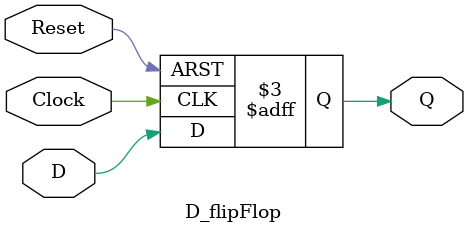
<source format=v>
`timescale 1ns / 1ps


module D_flipFlop(Clock,Reset,D,Q);
input D,Clock,Reset;
output reg Q;

always @(negedge Reset,posedge Clock)
    if(!Reset)
        Q<=0;
    else 
        Q = D;
endmodule
</source>
